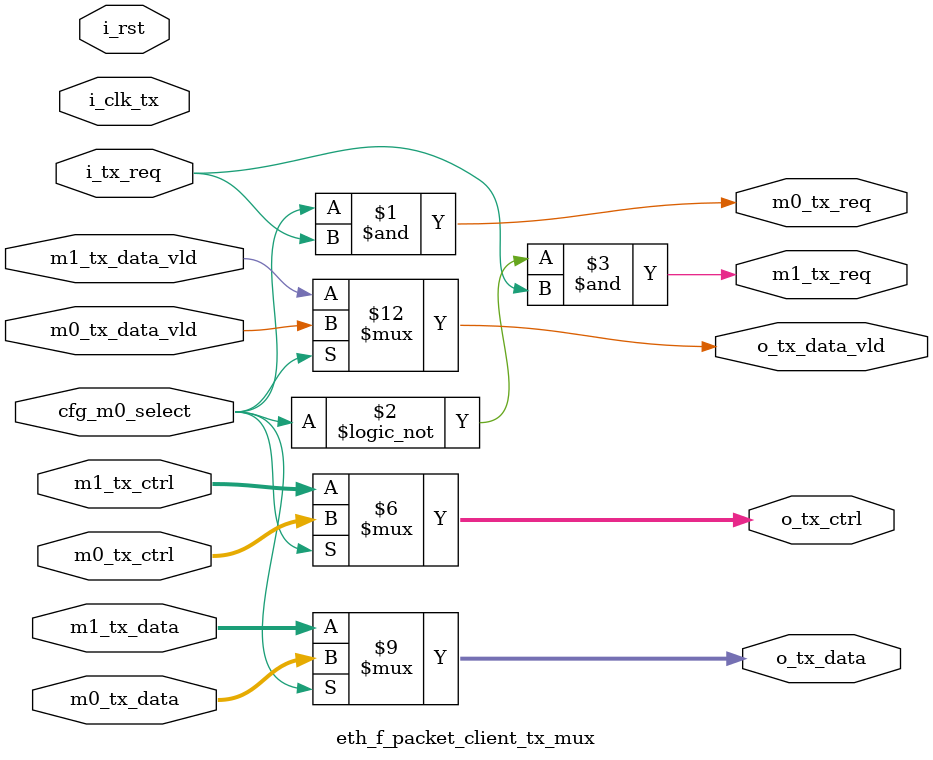
<source format=sv>


`timescale 1 ps / 1 ps

module eth_f_packet_client_tx_mux #(
        parameter DATA_BCNT     = 8,
        parameter CTRL_BCNT     = 2
    )(
        input   logic                       i_clk_tx,
        input   logic                       i_rst,
        input   logic                       cfg_m0_select,

        //---Master 0 interface---
        output logic                        m0_tx_req,
        input  logic                        m0_tx_data_vld,
        input  logic [DATA_BCNT*8-1:0]      m0_tx_data,
        input  logic [CTRL_BCNT*8-1:0]      m0_tx_ctrl,

        //---Master 1 interface---
        output logic                        m1_tx_req,
        input  logic                        m1_tx_data_vld,
        input  logic [DATA_BCNT*8-1:0]      m1_tx_data,
        input  logic [CTRL_BCNT*8-1:0]      m1_tx_ctrl,

        //---Output interface---
        input  logic                        i_tx_req,
        output logic                        o_tx_data_vld,
        output logic [DATA_BCNT*8-1:0]      o_tx_data,
        output logic [CTRL_BCNT*8-1:0]      o_tx_ctrl
);

assign m0_tx_req =  cfg_m0_select & i_tx_req;
assign m1_tx_req = !cfg_m0_select & i_tx_req;

//---------------------------------------------------------------
always @* begin
    if (cfg_m0_select) begin
            o_tx_data_vld    = m0_tx_data_vld;
            o_tx_data        = m0_tx_data;
            o_tx_ctrl        = m0_tx_ctrl;
    end else begin
            o_tx_data_vld    = m1_tx_data_vld;
            o_tx_data        = m1_tx_data;
            o_tx_ctrl        = m1_tx_ctrl;
    end
end

endmodule

</source>
